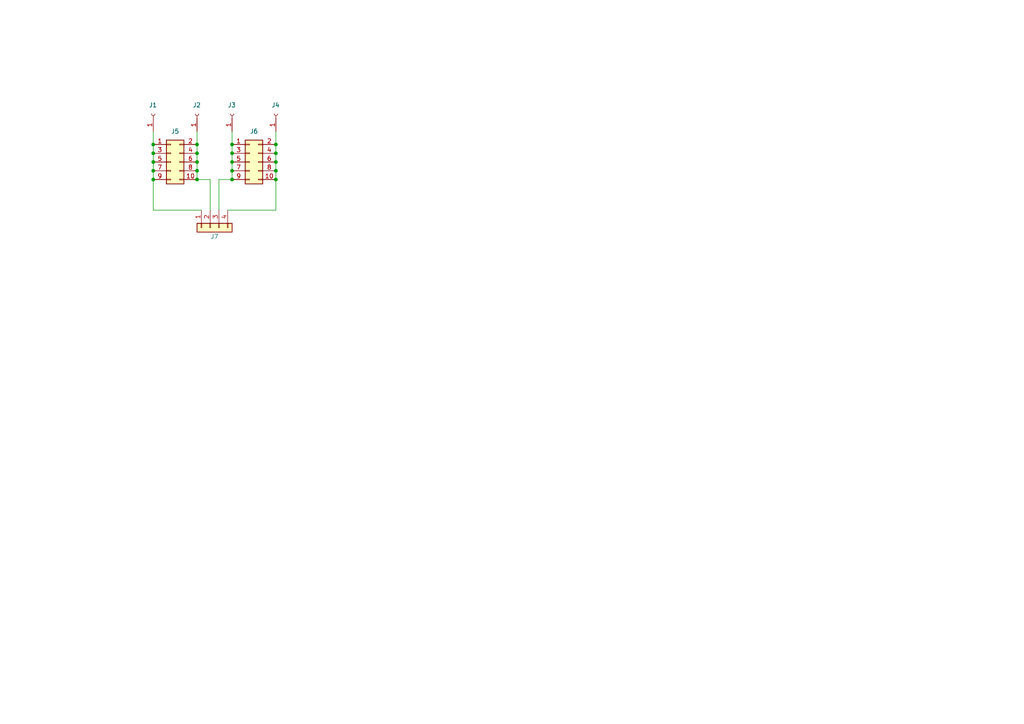
<source format=kicad_sch>
(kicad_sch (version 20211123) (generator eeschema)
  (paper "A4")
  (lib_symbols
    (symbol "Connector:Conn_01x01_Female" (pin_names (offset 1.016) hide)
      (property "Reference" "J" (at 0 2.54 0))
      (property "Value" "Conn_01x01_Female" (at 0 -2.54 0))
      (symbol "Conn_01x01_Female_1_1"
        (polyline (pts (xy -1.27 0) (xy -0.508 0)) (stroke (width 0.1524)))
        (arc (start 0 0.508) (mid -0.508 0) (end 0 -0.508) (stroke (width 0.1524)))
        (pin passive line (at -5.08 0 0) (length 3.81) (name "Pin_1") (number "1"))
      )
    )
    (symbol "Connector_Generic:Conn_01x04" (pin_names (offset 1.016) hide)
      (property "Reference" "J" (at 0 5.08 0))
      (property "Value" "Conn_01x04" (at 0 -7.62 0))
      (symbol "Conn_01x04_1_1"
        (rectangle (start -1.27 -4.953) (end 0 -5.207) (stroke (width 0.1524)))
        (rectangle (start -1.27 -2.413) (end 0 -2.667) (stroke (width 0.1524)))
        (rectangle (start -1.27 0.127) (end 0 -0.127) (stroke (width 0.1524)))
        (rectangle (start -1.27 2.667) (end 0 2.413) (stroke (width 0.1524)))
        (rectangle (start -1.27 3.81) (end 1.27 -6.35) (stroke (width 0.254)) (fill (type background)))
        (pin passive line (at -5.08 2.54 0) (length 3.81) (name "Pin_1") (number "1"))
        (pin passive line (at -5.08 0 0) (length 3.81) (name "Pin_2") (number "2"))
        (pin passive line (at -5.08 -2.54 0) (length 3.81) (name "Pin_3") (number "3"))
        (pin passive line (at -5.08 -5.08 0) (length 3.81) (name "Pin_4") (number "4"))
      )
    )
    (symbol "Connector_Generic:Conn_02x05_Odd_Even" (pin_names (offset 1.016) hide)
      (property "Reference" "J" (at 1.27 7.62 0))
      (property "Value" "Conn_02x05_Odd_Even" (at 1.27 -7.62 0))
      (symbol "Conn_02x05_Odd_Even_1_1"
        (rectangle (start -1.27 -4.953) (end 0 -5.207) (stroke (width 0.1524)))
        (rectangle (start -1.27 -2.413) (end 0 -2.667) (stroke (width 0.1524)))
        (rectangle (start -1.27 0.127) (end 0 -0.127) (stroke (width 0.1524)))
        (rectangle (start -1.27 2.667) (end 0 2.413) (stroke (width 0.1524)))
        (rectangle (start -1.27 5.207) (end 0 4.953) (stroke (width 0.1524)))
        (rectangle (start -1.27 6.35) (end 3.81 -6.35) (stroke (width 0.254)) (fill (type background)))
        (rectangle (start 3.81 -4.953) (end 2.54 -5.207) (stroke (width 0.1524)))
        (rectangle (start 3.81 -2.413) (end 2.54 -2.667) (stroke (width 0.1524)))
        (rectangle (start 3.81 0.127) (end 2.54 -0.127) (stroke (width 0.1524)))
        (rectangle (start 3.81 2.667) (end 2.54 2.413) (stroke (width 0.1524)))
        (rectangle (start 3.81 5.207) (end 2.54 4.953) (stroke (width 0.1524)))
        (pin passive line (at -5.08 5.08 0) (length 3.81) (name "Pin_1") (number "1"))
        (pin passive line (at 7.62 -5.08 180) (length 3.81) (name "Pin_10") (number "10"))
        (pin passive line (at 7.62 5.08 180) (length 3.81) (name "Pin_2") (number "2"))
        (pin passive line (at -5.08 2.54 0) (length 3.81) (name "Pin_3") (number "3"))
        (pin passive line (at 7.62 2.54 180) (length 3.81) (name "Pin_4") (number "4"))
        (pin passive line (at -5.08 0 0) (length 3.81) (name "Pin_5") (number "5"))
        (pin passive line (at 7.62 0 180) (length 3.81) (name "Pin_6") (number "6"))
        (pin passive line (at -5.08 -2.54 0) (length 3.81) (name "Pin_7") (number "7"))
        (pin passive line (at 7.62 -2.54 180) (length 3.81) (name "Pin_8") (number "8"))
        (pin passive line (at -5.08 -5.08 0) (length 3.81) (name "Pin_9") (number "9"))
      )
    )
  )
  (junction (at 67.31 44.45))
  (junction (at 44.45 49.53))
  (junction (at 80.01 49.53))
  (junction (at 44.45 46.99))
  (junction (at 80.01 44.45))
  (junction (at 57.15 41.91))
  (junction (at 67.31 49.53))
  (junction (at 67.31 46.99))
  (junction (at 80.01 46.99))
  (junction (at 57.15 46.99))
  (junction (at 57.15 49.53))
  (junction (at 67.31 52.07))
  (junction (at 80.01 41.91))
  (junction (at 57.15 52.07))
  (junction (at 57.15 44.45))
  (junction (at 44.45 44.45))
  (junction (at 44.45 41.91))
  (junction (at 67.31 41.91))
  (junction (at 80.01 52.07))
  (junction (at 44.45 52.07))
  (wire (pts (xy 67.31 52.07) (xy 63.5 52.07)))
  (wire (pts (xy 80.01 38.1) (xy 80.01 41.91)))
  (wire (pts (xy 60.96 60.96) (xy 60.96 52.07)))
  (wire (pts (xy 57.15 46.99) (xy 57.15 49.53)))
  (wire (pts (xy 80.01 44.45) (xy 80.01 46.99)))
  (wire (pts (xy 80.01 60.96) (xy 80.01 52.07)))
  (wire (pts (xy 67.31 49.53) (xy 67.31 52.07)))
  (wire (pts (xy 80.01 49.53) (xy 80.01 52.07)))
  (wire (pts (xy 57.15 49.53) (xy 57.15 52.07)))
  (wire (pts (xy 57.15 38.1) (xy 57.15 41.91)))
  (wire (pts (xy 57.15 44.45) (xy 57.15 46.99)))
  (wire (pts (xy 67.31 41.91) (xy 67.31 44.45)))
  (wire (pts (xy 67.31 44.45) (xy 67.31 46.99)))
  (wire (pts (xy 60.96 52.07) (xy 57.15 52.07)))
  (wire (pts (xy 67.31 46.99) (xy 67.31 49.53)))
  (wire (pts (xy 44.45 52.07) (xy 44.45 60.96)))
  (wire (pts (xy 57.15 41.91) (xy 57.15 44.45)))
  (wire (pts (xy 44.45 49.53) (xy 44.45 52.07)))
  (wire (pts (xy 44.45 44.45) (xy 44.45 46.99)))
  (wire (pts (xy 44.45 38.1) (xy 44.45 41.91)))
  (wire (pts (xy 67.31 38.1) (xy 67.31 41.91)))
  (wire (pts (xy 66.04 60.96) (xy 80.01 60.96)))
  (wire (pts (xy 63.5 52.07) (xy 63.5 60.96)))
  (wire (pts (xy 80.01 41.91) (xy 80.01 44.45)))
  (wire (pts (xy 44.45 60.96) (xy 58.42 60.96)))
  (wire (pts (xy 80.01 46.99) (xy 80.01 49.53)))
  (wire (pts (xy 44.45 46.99) (xy 44.45 49.53)))
  (wire (pts (xy 44.45 41.91) (xy 44.45 44.45)))
  (symbol (lib_id "Connector_Generic:Conn_02x05_Odd_Even") (at 49.53 46.99 0) (unit 1)
    (property "Reference" "J5" (at 50.8 38.1 0))
    (property "Value" "Conn_02x05_Counter_Clockwise" (effects hide))
    (property "Footprint" "Connector_PinSocket_2.54mm:PinSocket_2x05_P2.54mm_Vertical" (effects hide))
  )
  (symbol (lib_id "Connector_Generic:Conn_02x05_Odd_Even") (at 72.39 46.99 0) (unit 1)
    (property "Reference" "J6" (at 73.66 38.1 0))
    (property "Value" "Conn_02x05_Counter_Clockwise" (effects hide))
    (property "Footprint" "Connector_PinSocket_2.54mm:PinSocket_2x05_P2.54mm_Vertical" (effects hide))
  )
  (symbol (lib_id "Connector:Conn_01x01_Female") (at 44.45 33.02 90) (unit 1)
    (property "Reference" "J1" (at 43.18 30.48 90) (effects (justify right)))
    (property "Value" "Conn_01x01_Female" (effects hide))
    (property "Footprint" "davidstalnaker:Banana_Cliff_S16N-PC" (effects hide))
  )
  (symbol (lib_id "Connector:Conn_01x01_Female") (at 57.15 33.02 90) (unit 1)
    (property "Reference" "J2" (at 55.88 30.48 90) (effects (justify right)))
    (property "Value" "Conn_01x01_Female" (effects hide))
    (property "Footprint" "davidstalnaker:Banana_Cliff_S16N-PC" (effects hide))
  )
  (symbol (lib_id "Connector:Conn_01x01_Female") (at 80.01 33.02 90) (unit 1)
    (property "Reference" "J4" (at 78.74 30.48 90) (effects (justify right)))
    (property "Value" "Conn_01x01_Female" (effects hide))
    (property "Footprint" "davidstalnaker:Banana_Cliff_S16N-PC" (effects hide))
  )
  (symbol (lib_id "Connector:Conn_01x01_Female") (at 67.31 33.02 90) (unit 1)
    (property "Reference" "J3" (at 66.04 30.48 90) (effects (justify right)))
    (property "Value" "Conn_01x01_Female" (effects hide))
    (property "Footprint" "davidstalnaker:Banana_Cliff_S16N-PC" (effects hide))
  )
  (symbol (lib_id "Connector_Generic:Conn_01x04") (at 60.96 66.04 90) (mirror x) (unit 1)
    (property "Reference" "J7" (at 62.23 68.58 90))
    (property "Value" "Conn_01x04" (effects hide))
    (property "Footprint" "Connector_PinSocket_2.54mm:PinSocket_1x04_P2.54mm_Vertical" (effects hide))
  )
)
</source>
